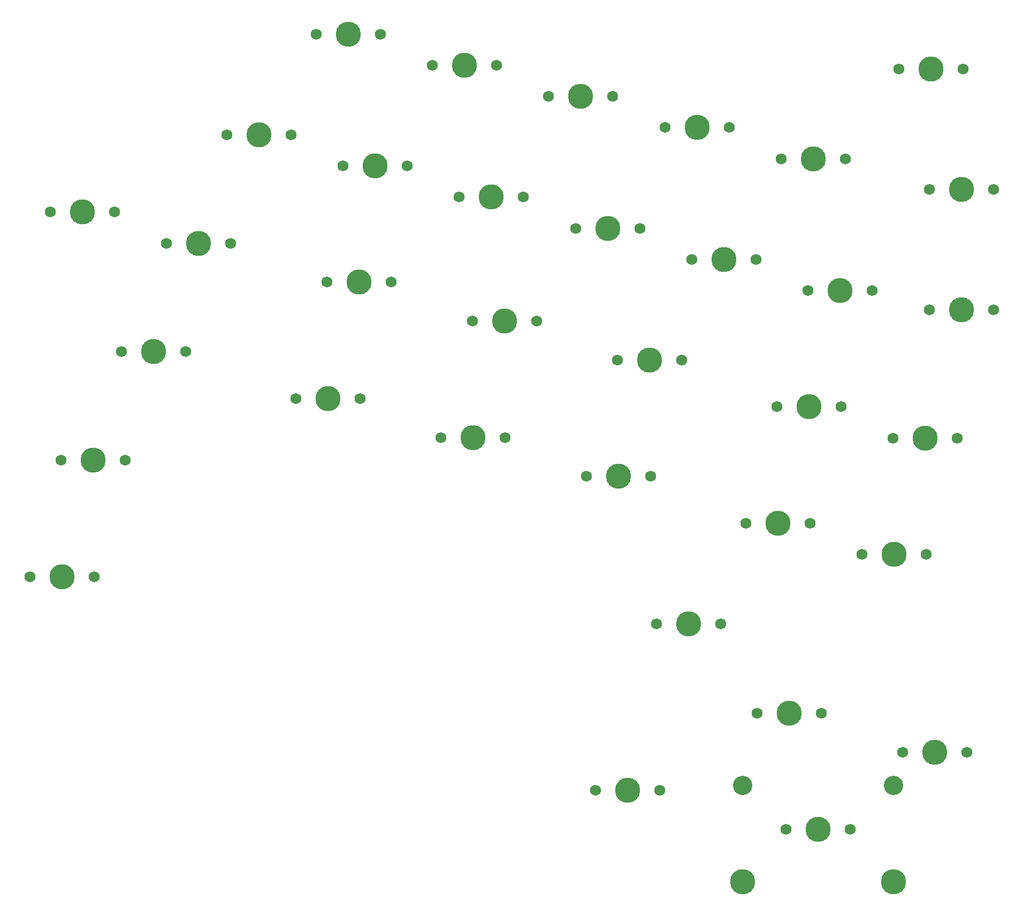
<source format=gts>
G04 #@! TF.GenerationSoftware,KiCad,Pcbnew,(5.1.6)-1*
G04 #@! TF.CreationDate,2020-08-31T15:39:06-04:00*
G04 #@! TF.ProjectId,keyboard,6b657962-6f61-4726-942e-6b696361645f,rev?*
G04 #@! TF.SameCoordinates,Original*
G04 #@! TF.FileFunction,Soldermask,Top*
G04 #@! TF.FilePolarity,Negative*
%FSLAX46Y46*%
G04 Gerber Fmt 4.6, Leading zero omitted, Abs format (unit mm)*
G04 Created by KiCad (PCBNEW (5.1.6)-1) date 2020-08-31 15:39:06*
%MOMM*%
%LPD*%
G01*
G04 APERTURE LIST*
%ADD10C,3.987800*%
%ADD11C,1.750000*%
%ADD12C,3.048000*%
G04 APERTURE END LIST*
D10*
X275469126Y-145415000D03*
D11*
X270389126Y-145415000D03*
X280549126Y-145415000D03*
D10*
X293870013Y-150345503D03*
D11*
X288790013Y-150345503D03*
X298950013Y-150345503D03*
D10*
X367741686Y-150906117D03*
D11*
X362661686Y-150906117D03*
X372821686Y-150906117D03*
D10*
X261338179Y-161350636D03*
D11*
X256258179Y-161350636D03*
X266418179Y-161350636D03*
D10*
X279739066Y-166281138D03*
D11*
X274659066Y-166281138D03*
X284819066Y-166281138D03*
D10*
X298139953Y-171211641D03*
D11*
X293059953Y-171211641D03*
X303219953Y-171211641D03*
D10*
X312270900Y-155276006D03*
D11*
X307190900Y-155276006D03*
X317350900Y-155276006D03*
D10*
X330671787Y-160206508D03*
D11*
X325591787Y-160206508D03*
X335751787Y-160206508D03*
D10*
X349072674Y-165137011D03*
D11*
X343992674Y-165137011D03*
X354152674Y-165137011D03*
D10*
X372504186Y-169956117D03*
D11*
X367424186Y-169956117D03*
X377584186Y-169956117D03*
D10*
X233406568Y-173588394D03*
D11*
X228326568Y-173588394D03*
X238486568Y-173588394D03*
D10*
X251807455Y-178518897D03*
D11*
X246727455Y-178518897D03*
X256887455Y-178518897D03*
D10*
X277189813Y-184682025D03*
D11*
X272109813Y-184682025D03*
X282269813Y-184682025D03*
D10*
X316540840Y-176142144D03*
D11*
X311460840Y-176142144D03*
X321620840Y-176142144D03*
D10*
X334941727Y-181072647D03*
D11*
X329861727Y-181072647D03*
X340021727Y-181072647D03*
D10*
X353342614Y-186003150D03*
D11*
X348262614Y-186003150D03*
X358422614Y-186003150D03*
D10*
X372504186Y-189006117D03*
D11*
X367424186Y-189006117D03*
X377584186Y-189006117D03*
D10*
X244657980Y-195687158D03*
D11*
X239577980Y-195687158D03*
X249737980Y-195687158D03*
D10*
X272259311Y-203082912D03*
D11*
X267179311Y-203082912D03*
X277339311Y-203082912D03*
D10*
X300190922Y-190845154D03*
D11*
X295110922Y-190845154D03*
X305270922Y-190845154D03*
D10*
X295260419Y-209246041D03*
D11*
X290180419Y-209246041D03*
X300340419Y-209246041D03*
D10*
X323192031Y-197008282D03*
D11*
X318112031Y-197008282D03*
X328272031Y-197008282D03*
D10*
X348412111Y-204404037D03*
D11*
X343332111Y-204404037D03*
X353492111Y-204404037D03*
D10*
X366812998Y-209334539D03*
D11*
X361732998Y-209334539D03*
X371892998Y-209334539D03*
D10*
X235127256Y-212855419D03*
D11*
X230047256Y-212855419D03*
X240207256Y-212855419D03*
D10*
X318261528Y-215409169D03*
D11*
X313181528Y-215409169D03*
X323341528Y-215409169D03*
D10*
X343481609Y-222804924D03*
D11*
X338401609Y-222804924D03*
X348561609Y-222804924D03*
D10*
X361882496Y-227735426D03*
D11*
X356802496Y-227735426D03*
X366962496Y-227735426D03*
D10*
X230196753Y-231256306D03*
D11*
X225116753Y-231256306D03*
X235276753Y-231256306D03*
D10*
X329350662Y-238740559D03*
D11*
X324270662Y-238740559D03*
X334430662Y-238740559D03*
D10*
X319735936Y-265109264D03*
D11*
X314655936Y-265109264D03*
X324815936Y-265109264D03*
D10*
X345286298Y-252871506D03*
D11*
X340206298Y-252871506D03*
X350366298Y-252871506D03*
D10*
X368287407Y-259034634D03*
D11*
X363207407Y-259034634D03*
X373367407Y-259034634D03*
D10*
X349880795Y-271272392D03*
D11*
X344800795Y-271272392D03*
X354960795Y-271272392D03*
D12*
X337942795Y-264287392D03*
X361818795Y-264287392D03*
D10*
X337942795Y-279527392D03*
X361818795Y-279527392D03*
M02*

</source>
